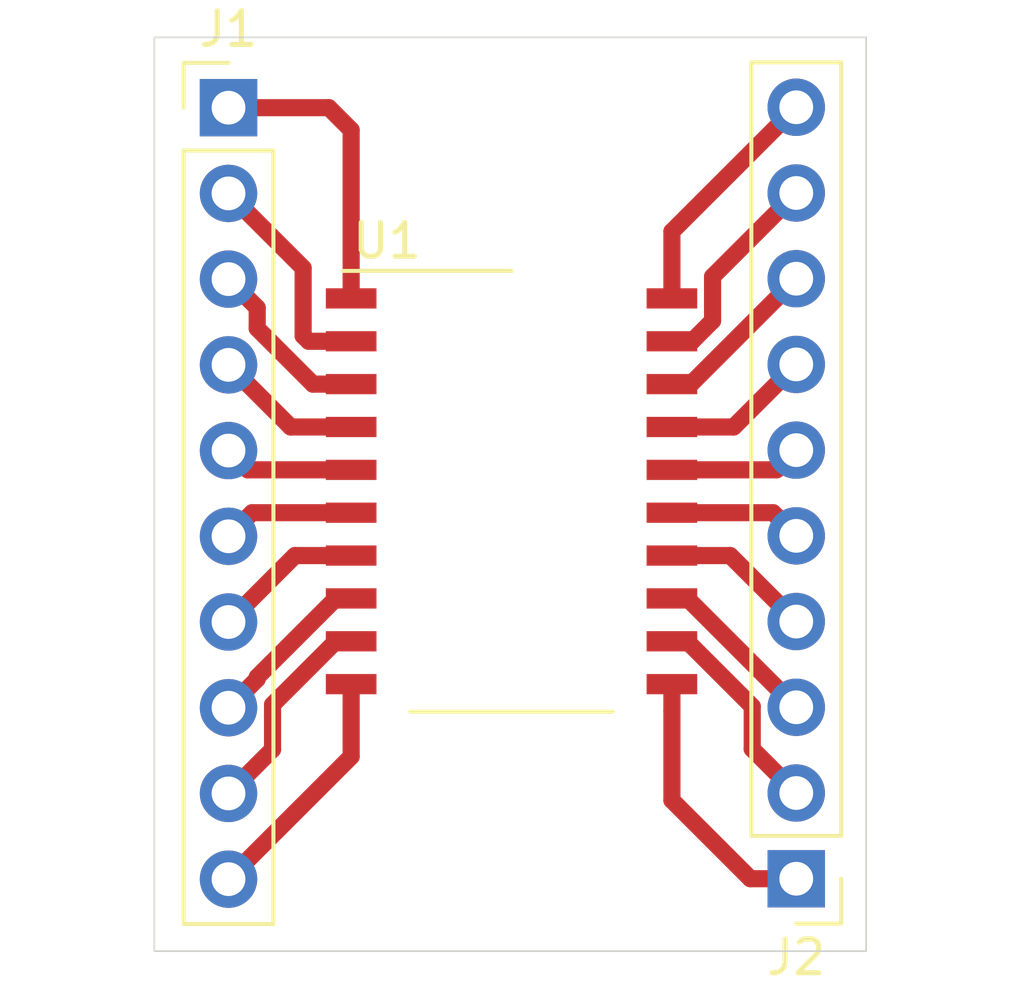
<source format=kicad_pcb>
(kicad_pcb (version 20171130) (host pcbnew "(5.1.4-0-10_14)")

  (general
    (thickness 1.6)
    (drawings 4)
    (tracks 57)
    (zones 0)
    (modules 3)
    (nets 20)
  )

  (page A4)
  (layers
    (0 F.Cu signal)
    (31 B.Cu signal)
    (32 B.Adhes user)
    (33 F.Adhes user)
    (34 B.Paste user)
    (35 F.Paste user)
    (36 B.SilkS user)
    (37 F.SilkS user)
    (38 B.Mask user)
    (39 F.Mask user)
    (40 Dwgs.User user)
    (41 Cmts.User user)
    (42 Eco1.User user)
    (43 Eco2.User user)
    (44 Edge.Cuts user)
    (45 Margin user)
    (46 B.CrtYd user)
    (47 F.CrtYd user)
    (48 B.Fab user)
    (49 F.Fab user)
  )

  (setup
    (last_trace_width 0.508)
    (user_trace_width 0.254)
    (user_trace_width 0.508)
    (trace_clearance 0.2)
    (zone_clearance 0.508)
    (zone_45_only no)
    (trace_min 0.2)
    (via_size 0.8)
    (via_drill 0.4)
    (via_min_size 0.4)
    (via_min_drill 0.3)
    (uvia_size 0.3)
    (uvia_drill 0.1)
    (uvias_allowed no)
    (uvia_min_size 0.2)
    (uvia_min_drill 0.1)
    (edge_width 0.05)
    (segment_width 0.2)
    (pcb_text_width 0.3)
    (pcb_text_size 1.5 1.5)
    (mod_edge_width 0.12)
    (mod_text_size 1 1)
    (mod_text_width 0.15)
    (pad_size 1.524 1.524)
    (pad_drill 0.762)
    (pad_to_mask_clearance 0.051)
    (solder_mask_min_width 0.25)
    (aux_axis_origin 0 0)
    (visible_elements FFFFFF7F)
    (pcbplotparams
      (layerselection 0x010fc_7fffffff)
      (usegerberextensions true)
      (usegerberattributes false)
      (usegerberadvancedattributes false)
      (creategerberjobfile false)
      (excludeedgelayer true)
      (linewidth 0.100000)
      (plotframeref false)
      (viasonmask false)
      (mode 1)
      (useauxorigin false)
      (hpglpennumber 1)
      (hpglpenspeed 20)
      (hpglpendiameter 15.000000)
      (psnegative false)
      (psa4output false)
      (plotreference true)
      (plotvalue true)
      (plotinvisibletext false)
      (padsonsilk false)
      (subtractmaskfromsilk false)
      (outputformat 1)
      (mirror false)
      (drillshape 0)
      (scaleselection 1)
      (outputdirectory "gerber/"))
  )

  (net 0 "")
  (net 1 "Net-(J1-Pad1)")
  (net 2 "Net-(J1-Pad2)")
  (net 3 "Net-(J1-Pad3)")
  (net 4 "Net-(J1-Pad4)")
  (net 5 "Net-(J1-Pad5)")
  (net 6 "Net-(J1-Pad6)")
  (net 7 "Net-(J1-Pad7)")
  (net 8 "Net-(J1-Pad8)")
  (net 9 "Net-(J1-Pad9)")
  (net 10 "Net-(J1-Pad10)")
  (net 11 "Net-(J2-Pad10)")
  (net 12 "Net-(J2-Pad8)")
  (net 13 "Net-(J2-Pad7)")
  (net 14 "Net-(J2-Pad6)")
  (net 15 "Net-(J2-Pad5)")
  (net 16 "Net-(J2-Pad4)")
  (net 17 "Net-(J2-Pad3)")
  (net 18 "Net-(J2-Pad2)")
  (net 19 "Net-(J2-Pad1)")

  (net_class Default "This is the default net class."
    (clearance 0.2)
    (trace_width 0.25)
    (via_dia 0.8)
    (via_drill 0.4)
    (uvia_dia 0.3)
    (uvia_drill 0.1)
    (add_net "Net-(J1-Pad1)")
    (add_net "Net-(J1-Pad10)")
    (add_net "Net-(J1-Pad2)")
    (add_net "Net-(J1-Pad3)")
    (add_net "Net-(J1-Pad4)")
    (add_net "Net-(J1-Pad5)")
    (add_net "Net-(J1-Pad6)")
    (add_net "Net-(J1-Pad7)")
    (add_net "Net-(J1-Pad8)")
    (add_net "Net-(J1-Pad9)")
    (add_net "Net-(J2-Pad1)")
    (add_net "Net-(J2-Pad10)")
    (add_net "Net-(J2-Pad2)")
    (add_net "Net-(J2-Pad3)")
    (add_net "Net-(J2-Pad4)")
    (add_net "Net-(J2-Pad5)")
    (add_net "Net-(J2-Pad6)")
    (add_net "Net-(J2-Pad7)")
    (add_net "Net-(J2-Pad8)")
  )

  (module Connector_PinHeader_2.54mm:PinHeader_1x10_P2.54mm_Vertical (layer F.Cu) (tedit 59FED5CC) (tstamp 5DE8E040)
    (at 134.1501 56.1721)
    (descr "Through hole straight pin header, 1x10, 2.54mm pitch, single row")
    (tags "Through hole pin header THT 1x10 2.54mm single row")
    (path /5DE8A29A)
    (fp_text reference J1 (at 0 -2.33) (layer F.SilkS)
      (effects (font (size 1 1) (thickness 0.15)))
    )
    (fp_text value Conn_01x10_Male (at 0 25.19) (layer F.Fab)
      (effects (font (size 1 1) (thickness 0.15)))
    )
    (fp_line (start -0.635 -1.27) (end 1.27 -1.27) (layer F.Fab) (width 0.1))
    (fp_line (start 1.27 -1.27) (end 1.27 24.13) (layer F.Fab) (width 0.1))
    (fp_line (start 1.27 24.13) (end -1.27 24.13) (layer F.Fab) (width 0.1))
    (fp_line (start -1.27 24.13) (end -1.27 -0.635) (layer F.Fab) (width 0.1))
    (fp_line (start -1.27 -0.635) (end -0.635 -1.27) (layer F.Fab) (width 0.1))
    (fp_line (start -1.33 24.19) (end 1.33 24.19) (layer F.SilkS) (width 0.12))
    (fp_line (start -1.33 1.27) (end -1.33 24.19) (layer F.SilkS) (width 0.12))
    (fp_line (start 1.33 1.27) (end 1.33 24.19) (layer F.SilkS) (width 0.12))
    (fp_line (start -1.33 1.27) (end 1.33 1.27) (layer F.SilkS) (width 0.12))
    (fp_line (start -1.33 0) (end -1.33 -1.33) (layer F.SilkS) (width 0.12))
    (fp_line (start -1.33 -1.33) (end 0 -1.33) (layer F.SilkS) (width 0.12))
    (fp_line (start -1.8 -1.8) (end -1.8 24.65) (layer F.CrtYd) (width 0.05))
    (fp_line (start -1.8 24.65) (end 1.8 24.65) (layer F.CrtYd) (width 0.05))
    (fp_line (start 1.8 24.65) (end 1.8 -1.8) (layer F.CrtYd) (width 0.05))
    (fp_line (start 1.8 -1.8) (end -1.8 -1.8) (layer F.CrtYd) (width 0.05))
    (fp_text user %R (at 0 11.43 90) (layer F.Fab)
      (effects (font (size 1 1) (thickness 0.15)))
    )
    (pad 1 thru_hole rect (at 0 0) (size 1.7 1.7) (drill 1) (layers *.Cu *.Mask)
      (net 1 "Net-(J1-Pad1)"))
    (pad 2 thru_hole oval (at 0 2.54) (size 1.7 1.7) (drill 1) (layers *.Cu *.Mask)
      (net 2 "Net-(J1-Pad2)"))
    (pad 3 thru_hole oval (at 0 5.08) (size 1.7 1.7) (drill 1) (layers *.Cu *.Mask)
      (net 3 "Net-(J1-Pad3)"))
    (pad 4 thru_hole oval (at 0 7.62) (size 1.7 1.7) (drill 1) (layers *.Cu *.Mask)
      (net 4 "Net-(J1-Pad4)"))
    (pad 5 thru_hole oval (at 0 10.16) (size 1.7 1.7) (drill 1) (layers *.Cu *.Mask)
      (net 5 "Net-(J1-Pad5)"))
    (pad 6 thru_hole oval (at 0 12.7) (size 1.7 1.7) (drill 1) (layers *.Cu *.Mask)
      (net 6 "Net-(J1-Pad6)"))
    (pad 7 thru_hole oval (at 0 15.24) (size 1.7 1.7) (drill 1) (layers *.Cu *.Mask)
      (net 7 "Net-(J1-Pad7)"))
    (pad 8 thru_hole oval (at 0 17.78) (size 1.7 1.7) (drill 1) (layers *.Cu *.Mask)
      (net 8 "Net-(J1-Pad8)"))
    (pad 9 thru_hole oval (at 0 20.32) (size 1.7 1.7) (drill 1) (layers *.Cu *.Mask)
      (net 9 "Net-(J1-Pad9)"))
    (pad 10 thru_hole oval (at 0 22.86) (size 1.7 1.7) (drill 1) (layers *.Cu *.Mask)
      (net 10 "Net-(J1-Pad10)"))
    (model ${KISYS3DMOD}/Connector_PinHeader_2.54mm.3dshapes/PinHeader_1x10_P2.54mm_Vertical.wrl
      (at (xyz 0 0 0))
      (scale (xyz 1 1 1))
      (rotate (xyz 0 0 0))
    )
  )

  (module Connector_PinHeader_2.54mm:PinHeader_1x10_P2.54mm_Vertical (layer F.Cu) (tedit 59FED5CC) (tstamp 5DE8E05E)
    (at 150.9649 79.0194 180)
    (descr "Through hole straight pin header, 1x10, 2.54mm pitch, single row")
    (tags "Through hole pin header THT 1x10 2.54mm single row")
    (path /5DE8C3F0)
    (fp_text reference J2 (at 0 -2.33) (layer F.SilkS)
      (effects (font (size 1 1) (thickness 0.15)))
    )
    (fp_text value Conn_01x10_Male (at 0 25.19) (layer F.Fab)
      (effects (font (size 1 1) (thickness 0.15)))
    )
    (fp_text user %R (at 0 11.43 90) (layer F.Fab)
      (effects (font (size 1 1) (thickness 0.15)))
    )
    (fp_line (start 1.8 -1.8) (end -1.8 -1.8) (layer F.CrtYd) (width 0.05))
    (fp_line (start 1.8 24.65) (end 1.8 -1.8) (layer F.CrtYd) (width 0.05))
    (fp_line (start -1.8 24.65) (end 1.8 24.65) (layer F.CrtYd) (width 0.05))
    (fp_line (start -1.8 -1.8) (end -1.8 24.65) (layer F.CrtYd) (width 0.05))
    (fp_line (start -1.33 -1.33) (end 0 -1.33) (layer F.SilkS) (width 0.12))
    (fp_line (start -1.33 0) (end -1.33 -1.33) (layer F.SilkS) (width 0.12))
    (fp_line (start -1.33 1.27) (end 1.33 1.27) (layer F.SilkS) (width 0.12))
    (fp_line (start 1.33 1.27) (end 1.33 24.19) (layer F.SilkS) (width 0.12))
    (fp_line (start -1.33 1.27) (end -1.33 24.19) (layer F.SilkS) (width 0.12))
    (fp_line (start -1.33 24.19) (end 1.33 24.19) (layer F.SilkS) (width 0.12))
    (fp_line (start -1.27 -0.635) (end -0.635 -1.27) (layer F.Fab) (width 0.1))
    (fp_line (start -1.27 24.13) (end -1.27 -0.635) (layer F.Fab) (width 0.1))
    (fp_line (start 1.27 24.13) (end -1.27 24.13) (layer F.Fab) (width 0.1))
    (fp_line (start 1.27 -1.27) (end 1.27 24.13) (layer F.Fab) (width 0.1))
    (fp_line (start -0.635 -1.27) (end 1.27 -1.27) (layer F.Fab) (width 0.1))
    (pad 10 thru_hole oval (at 0 22.86 180) (size 1.7 1.7) (drill 1) (layers *.Cu *.Mask)
      (net 11 "Net-(J2-Pad10)"))
    (pad 9 thru_hole oval (at 0 20.32 180) (size 1.7 1.7) (drill 1) (layers *.Cu *.Mask)
      (net 5 "Net-(J1-Pad5)"))
    (pad 8 thru_hole oval (at 0 17.78 180) (size 1.7 1.7) (drill 1) (layers *.Cu *.Mask)
      (net 12 "Net-(J2-Pad8)"))
    (pad 7 thru_hole oval (at 0 15.24 180) (size 1.7 1.7) (drill 1) (layers *.Cu *.Mask)
      (net 13 "Net-(J2-Pad7)"))
    (pad 6 thru_hole oval (at 0 12.7 180) (size 1.7 1.7) (drill 1) (layers *.Cu *.Mask)
      (net 14 "Net-(J2-Pad6)"))
    (pad 5 thru_hole oval (at 0 10.16 180) (size 1.7 1.7) (drill 1) (layers *.Cu *.Mask)
      (net 15 "Net-(J2-Pad5)"))
    (pad 4 thru_hole oval (at 0 7.62 180) (size 1.7 1.7) (drill 1) (layers *.Cu *.Mask)
      (net 16 "Net-(J2-Pad4)"))
    (pad 3 thru_hole oval (at 0 5.08 180) (size 1.7 1.7) (drill 1) (layers *.Cu *.Mask)
      (net 17 "Net-(J2-Pad3)"))
    (pad 2 thru_hole oval (at 0 2.54 180) (size 1.7 1.7) (drill 1) (layers *.Cu *.Mask)
      (net 18 "Net-(J2-Pad2)"))
    (pad 1 thru_hole rect (at 0 0 180) (size 1.7 1.7) (drill 1) (layers *.Cu *.Mask)
      (net 19 "Net-(J2-Pad1)"))
    (model ${KISYS3DMOD}/Connector_PinHeader_2.54mm.3dshapes/PinHeader_1x10_P2.54mm_Vertical.wrl
      (at (xyz 0 0 0))
      (scale (xyz 1 1 1))
      (rotate (xyz 0 0 0))
    )
  )

  (module Package_SO:SO-20_12.8x7.5mm_P1.27mm (layer F.Cu) (tedit 5A02F2D3) (tstamp 5DE8E082)
    (at 142.5321 67.5386)
    (descr "SO-20, 12.8x7.5mm, https://www.nxp.com/docs/en/data-sheet/SA605.pdf")
    (tags "S0-20 ")
    (path /5DE89436)
    (attr smd)
    (fp_text reference U1 (at -3.69 -7.42) (layer F.SilkS)
      (effects (font (size 1 1) (thickness 0.15)))
    )
    (fp_text value 74HCT244 (at 0 7.99) (layer F.Fab)
      (effects (font (size 1 1) (thickness 0.15)))
    )
    (fp_line (start -1.2 -6.4) (end 2.2 -6.4) (layer F.Fab) (width 0.1))
    (fp_line (start 2.2 -6.4) (end 2.2 6.4) (layer F.Fab) (width 0.1))
    (fp_line (start 2.2 6.4) (end -2.2 6.4) (layer F.Fab) (width 0.1))
    (fp_line (start -2.2 6.4) (end -2.2 -5.4) (layer F.Fab) (width 0.1))
    (fp_line (start -2.2 -5.4) (end -1.2 -6.4) (layer F.Fab) (width 0.1))
    (fp_line (start -3 6.53) (end 3 6.53) (layer F.SilkS) (width 0.12))
    (fp_line (start -5 -6.53) (end 0 -6.53) (layer F.SilkS) (width 0.12))
    (fp_line (start -5.7 -6.7) (end 5.7 -6.7) (layer F.CrtYd) (width 0.05))
    (fp_line (start 5.7 -6.7) (end 5.7 6.7) (layer F.CrtYd) (width 0.05))
    (fp_line (start 5.7 6.7) (end -5.7 6.7) (layer F.CrtYd) (width 0.05))
    (fp_line (start -5.7 6.7) (end -5.7 -6.7) (layer F.CrtYd) (width 0.05))
    (fp_text user %R (at 0 0) (layer F.Fab)
      (effects (font (size 1 1) (thickness 0.15)))
    )
    (pad 6 smd rect (at -4.75 0.635) (size 1.5 0.6) (layers F.Cu F.Paste F.Mask)
      (net 6 "Net-(J1-Pad6)"))
    (pad 5 smd rect (at -4.75 -0.635) (size 1.5 0.6) (layers F.Cu F.Paste F.Mask)
      (net 5 "Net-(J1-Pad5)"))
    (pad 4 smd rect (at -4.75 -1.905) (size 1.5 0.6) (layers F.Cu F.Paste F.Mask)
      (net 4 "Net-(J1-Pad4)"))
    (pad 3 smd rect (at -4.75 -3.175) (size 1.5 0.6) (layers F.Cu F.Paste F.Mask)
      (net 3 "Net-(J1-Pad3)"))
    (pad 2 smd rect (at -4.75 -4.445) (size 1.5 0.6) (layers F.Cu F.Paste F.Mask)
      (net 2 "Net-(J1-Pad2)"))
    (pad 1 smd rect (at -4.75 -5.715) (size 1.5 0.6) (layers F.Cu F.Paste F.Mask)
      (net 1 "Net-(J1-Pad1)"))
    (pad 7 smd rect (at -4.75 1.905) (size 1.5 0.6) (layers F.Cu F.Paste F.Mask)
      (net 7 "Net-(J1-Pad7)"))
    (pad 8 smd rect (at -4.75 3.175) (size 1.5 0.6) (layers F.Cu F.Paste F.Mask)
      (net 8 "Net-(J1-Pad8)"))
    (pad 9 smd rect (at -4.75 4.445) (size 1.5 0.6) (layers F.Cu F.Paste F.Mask)
      (net 9 "Net-(J1-Pad9)"))
    (pad 10 smd rect (at -4.75 5.715) (size 1.5 0.6) (layers F.Cu F.Paste F.Mask)
      (net 10 "Net-(J1-Pad10)"))
    (pad 11 smd rect (at 4.75 5.715) (size 1.5 0.6) (layers F.Cu F.Paste F.Mask)
      (net 19 "Net-(J2-Pad1)"))
    (pad 12 smd rect (at 4.75 4.445) (size 1.5 0.6) (layers F.Cu F.Paste F.Mask)
      (net 18 "Net-(J2-Pad2)"))
    (pad 13 smd rect (at 4.75 3.175) (size 1.5 0.6) (layers F.Cu F.Paste F.Mask)
      (net 17 "Net-(J2-Pad3)"))
    (pad 14 smd rect (at 4.75 1.905) (size 1.5 0.6) (layers F.Cu F.Paste F.Mask)
      (net 16 "Net-(J2-Pad4)"))
    (pad 15 smd rect (at 4.75 0.635) (size 1.5 0.6) (layers F.Cu F.Paste F.Mask)
      (net 15 "Net-(J2-Pad5)"))
    (pad 16 smd rect (at 4.75 -0.635) (size 1.5 0.6) (layers F.Cu F.Paste F.Mask)
      (net 14 "Net-(J2-Pad6)"))
    (pad 17 smd rect (at 4.75 -1.905) (size 1.5 0.6) (layers F.Cu F.Paste F.Mask)
      (net 13 "Net-(J2-Pad7)"))
    (pad 18 smd rect (at 4.75 -3.175) (size 1.5 0.6) (layers F.Cu F.Paste F.Mask)
      (net 12 "Net-(J2-Pad8)"))
    (pad 19 smd rect (at 4.75 -4.445) (size 1.5 0.6) (layers F.Cu F.Paste F.Mask)
      (net 5 "Net-(J1-Pad5)"))
    (pad 20 smd rect (at 4.75 -5.715) (size 1.5 0.6) (layers F.Cu F.Paste F.Mask)
      (net 11 "Net-(J2-Pad10)"))
    (model ${KISYS3DMOD}/Package_SO.3dshapes/SO-20_12.8x7.5mm_P1.27mm.wrl
      (at (xyz 0 0 0))
      (scale (xyz 1 1 1))
      (rotate (xyz 0 0 0))
    )
  )

  (gr_line (start 131.953 81.1657) (end 131.953 54.0893) (layer Edge.Cuts) (width 0.05) (tstamp 5DE8E51E))
  (gr_line (start 153.035 81.1657) (end 131.953 81.1657) (layer Edge.Cuts) (width 0.05))
  (gr_line (start 153.035 54.0893) (end 153.035 81.1657) (layer Edge.Cuts) (width 0.05))
  (gr_line (start 131.953 54.0893) (end 153.035 54.0893) (layer Edge.Cuts) (width 0.05))

  (segment (start 137.7821 61.8236) (end 137.7821 56.8323) (width 0.508) (layer F.Cu) (net 1))
  (segment (start 137.1219 56.1721) (end 134.1501 56.1721) (width 0.508) (layer F.Cu) (net 1))
  (segment (start 137.7821 56.8323) (end 137.1219 56.1721) (width 0.508) (layer F.Cu) (net 1))
  (segment (start 136.5241 63.0936) (end 136.3599 62.9294) (width 0.508) (layer F.Cu) (net 2))
  (segment (start 137.7821 63.0936) (end 136.5241 63.0936) (width 0.508) (layer F.Cu) (net 2))
  (segment (start 136.3599 60.9219) (end 134.1501 58.7121) (width 0.508) (layer F.Cu) (net 2))
  (segment (start 136.3599 62.9294) (end 136.3599 60.9219) (width 0.508) (layer F.Cu) (net 2))
  (segment (start 135.000099 62.102099) (end 134.1501 61.2521) (width 0.508) (layer F.Cu) (net 3))
  (segment (start 135.000099 62.712177) (end 135.000099 62.102099) (width 0.508) (layer F.Cu) (net 3))
  (segment (start 136.651522 64.3636) (end 135.000099 62.712177) (width 0.508) (layer F.Cu) (net 3))
  (segment (start 137.7821 64.3636) (end 136.651522 64.3636) (width 0.508) (layer F.Cu) (net 3))
  (segment (start 135.9916 65.6336) (end 134.1501 63.7921) (width 0.508) (layer F.Cu) (net 4))
  (segment (start 137.7821 65.6336) (end 135.9916 65.6336) (width 0.508) (layer F.Cu) (net 4))
  (segment (start 134.7216 66.9036) (end 134.1501 66.3321) (width 0.508) (layer F.Cu) (net 5))
  (segment (start 137.7821 66.9036) (end 134.7216 66.9036) (width 0.508) (layer F.Cu) (net 5))
  (segment (start 148.486101 61.178199) (end 150.114901 59.549399) (width 0.508) (layer F.Cu) (net 5))
  (segment (start 148.486101 62.486801) (end 148.486101 61.178199) (width 0.508) (layer F.Cu) (net 5))
  (segment (start 147.879302 63.0936) (end 148.486101 62.486801) (width 0.508) (layer F.Cu) (net 5))
  (segment (start 150.114901 59.549399) (end 150.9649 58.6994) (width 0.508) (layer F.Cu) (net 5))
  (segment (start 147.2821 63.0936) (end 147.879302 63.0936) (width 0.508) (layer F.Cu) (net 5))
  (segment (start 134.8486 68.1736) (end 134.1501 68.8721) (width 0.508) (layer F.Cu) (net 6))
  (segment (start 137.7821 68.1736) (end 134.8486 68.1736) (width 0.508) (layer F.Cu) (net 6))
  (segment (start 136.1186 69.4436) (end 134.1501 71.4121) (width 0.508) (layer F.Cu) (net 7))
  (segment (start 137.7821 69.4436) (end 136.1186 69.4436) (width 0.508) (layer F.Cu) (net 7))
  (segment (start 135.000099 73.102101) (end 134.1501 73.9521) (width 0.508) (layer F.Cu) (net 8))
  (segment (start 137.3321 70.7136) (end 135.000099 73.045601) (width 0.508) (layer F.Cu) (net 8))
  (segment (start 135.000099 73.045601) (end 135.000099 73.102101) (width 0.508) (layer F.Cu) (net 8))
  (segment (start 137.7821 70.7136) (end 137.3321 70.7136) (width 0.508) (layer F.Cu) (net 8))
  (segment (start 135.454101 75.188099) (end 135.000099 75.642101) (width 0.508) (layer F.Cu) (net 9))
  (segment (start 135.000099 75.642101) (end 134.1501 76.4921) (width 0.508) (layer F.Cu) (net 9))
  (segment (start 135.454101 73.861599) (end 135.454101 75.188099) (width 0.508) (layer F.Cu) (net 9))
  (segment (start 137.3321 71.9836) (end 135.454101 73.861599) (width 0.508) (layer F.Cu) (net 9))
  (segment (start 137.7821 71.9836) (end 137.3321 71.9836) (width 0.508) (layer F.Cu) (net 9))
  (segment (start 137.7821 75.4001) (end 134.1501 79.0321) (width 0.508) (layer F.Cu) (net 10))
  (segment (start 137.7821 73.2536) (end 137.7821 75.4001) (width 0.508) (layer F.Cu) (net 10))
  (segment (start 147.2821 59.8422) (end 150.9649 56.1594) (width 0.508) (layer F.Cu) (net 11))
  (segment (start 147.2821 61.8236) (end 147.2821 59.8422) (width 0.508) (layer F.Cu) (net 11))
  (segment (start 147.8407 64.3636) (end 147.2821 64.3636) (width 0.508) (layer F.Cu) (net 12))
  (segment (start 150.9649 61.2394) (end 147.8407 64.3636) (width 0.508) (layer F.Cu) (net 12))
  (segment (start 149.1107 65.6336) (end 147.2821 65.6336) (width 0.508) (layer F.Cu) (net 13))
  (segment (start 150.9649 63.7794) (end 149.1107 65.6336) (width 0.508) (layer F.Cu) (net 13))
  (segment (start 150.3807 66.9036) (end 147.2821 66.9036) (width 0.508) (layer F.Cu) (net 14))
  (segment (start 150.9649 66.3194) (end 150.3807 66.9036) (width 0.508) (layer F.Cu) (net 14))
  (segment (start 150.2791 68.1736) (end 147.2821 68.1736) (width 0.508) (layer F.Cu) (net 15))
  (segment (start 150.9649 68.8594) (end 150.2791 68.1736) (width 0.508) (layer F.Cu) (net 15))
  (segment (start 149.0091 69.4436) (end 147.2821 69.4436) (width 0.508) (layer F.Cu) (net 16))
  (segment (start 150.9649 71.3994) (end 149.0091 69.4436) (width 0.508) (layer F.Cu) (net 16))
  (segment (start 147.7391 70.7136) (end 147.2821 70.7136) (width 0.508) (layer F.Cu) (net 17))
  (segment (start 150.9649 73.9394) (end 147.7391 70.7136) (width 0.508) (layer F.Cu) (net 17))
  (segment (start 147.7321 71.9836) (end 147.2821 71.9836) (width 0.508) (layer F.Cu) (net 18))
  (segment (start 149.660899 73.912399) (end 147.7321 71.9836) (width 0.508) (layer F.Cu) (net 18))
  (segment (start 149.660899 75.175399) (end 149.660899 73.912399) (width 0.508) (layer F.Cu) (net 18))
  (segment (start 150.9649 76.4794) (end 149.660899 75.175399) (width 0.508) (layer F.Cu) (net 18))
  (segment (start 147.2821 76.6946) (end 147.2821 74.0616) (width 0.508) (layer F.Cu) (net 19))
  (segment (start 149.6069 79.0194) (end 147.2821 76.6946) (width 0.508) (layer F.Cu) (net 19))
  (segment (start 147.2821 74.0616) (end 147.2821 73.2536) (width 0.508) (layer F.Cu) (net 19))
  (segment (start 150.9649 79.0194) (end 149.6069 79.0194) (width 0.508) (layer F.Cu) (net 19))

)

</source>
